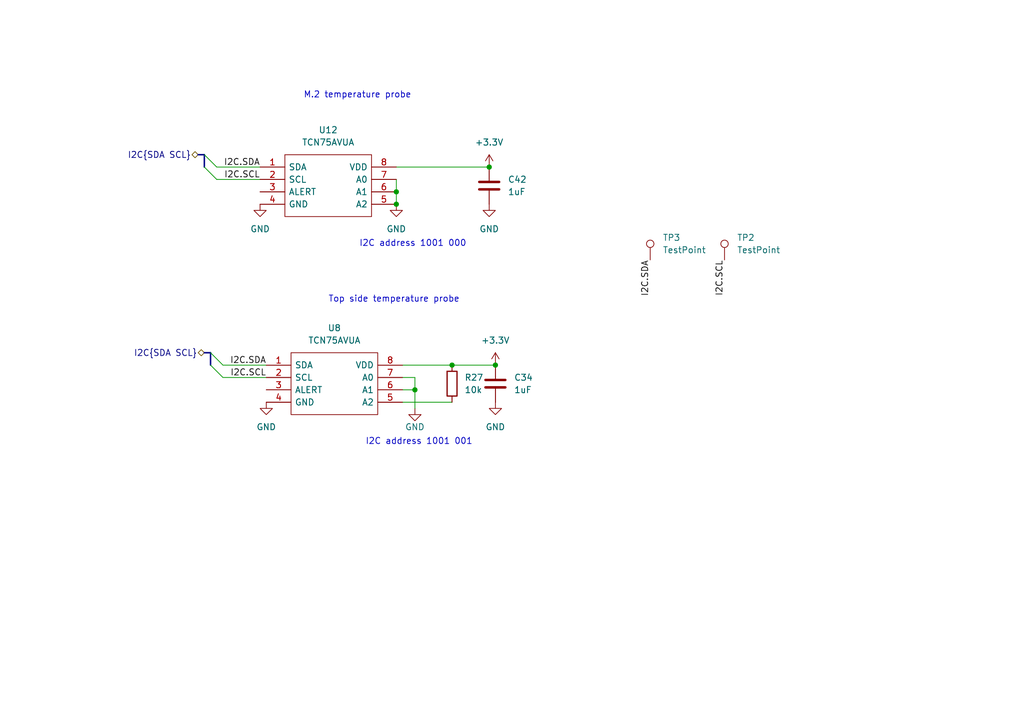
<source format=kicad_sch>
(kicad_sch (version 20231120) (generator "eeschema") (generator_version "8.0")
  (paper "A5")
  (lib_symbols
    (symbol "Connector:TestPoint" (pin_numbers hide) (pin_names (offset 0.762) hide)
      (property "Reference" "TP" (at 0 6.858 0))
      (property "Value" "TestPoint" (at 0 5.08 0))
      (symbol "TestPoint_0_1"
        (circle (center 0 3.302) (radius 0.762))
      )
      (symbol "TestPoint_1_1"
        (pin passive line (at 0 0 90) (length 2.54) (name "1") (number "1"))
      )
    )
    (symbol "Device:C" (pin_numbers hide) (pin_names (offset 0.254))
      (property "Reference" "C" (at 0.635 2.54 0))
      (property "Value" "C" (at 0.635 -2.54 0))
      (symbol "C_0_1"
        (polyline (pts (xy -2.032 -0.762) (xy 2.032 -0.762)) (stroke (width 0.508)))
        (polyline (pts (xy -2.032 0.762) (xy 2.032 0.762)) (stroke (width 0.508)))
      )
      (symbol "C_1_1"
        (pin passive line (at 0 3.81 270) (length 2.794) (name "~") (number "1"))
        (pin passive line (at 0 -3.81 90) (length 2.794) (name "~") (number "2"))
      )
    )
    (symbol "Device:R" (pin_numbers hide) (pin_names (offset 0))
      (property "Reference" "R" (at 2.032 0 90))
      (property "Value" "R" (at 0 0 90))
      (symbol "R_0_1"
        (rectangle (start -1.016 -2.54) (end 1.016 2.54) (stroke (width 0.254)))
      )
      (symbol "R_1_1"
        (pin passive line (at 0 3.81 270) (length 1.27) (name "~") (number "1"))
        (pin passive line (at 0 -3.81 90) (length 1.27) (name "~") (number "2"))
      )
    )
    (symbol "TCN75AVUA:TCN75AVUA" (pin_names (offset 0.762))
      (property "Reference" "IC" (at 24.13 7.62 0))
      (property "Value" "TCN75AVUA" (at 24.13 5.08 0))
      (symbol "TCN75AVUA_0_0"
        (pin passive line (at 0 0 0) (length 5.08) (name "SDA") (number "1"))
        (pin passive line (at 0 -2.54 0) (length 5.08) (name "SCL") (number "2"))
        (pin passive line (at 0 -5.08 0) (length 5.08) (name "ALERT") (number "3"))
        (pin passive line (at 0 -7.62 0) (length 5.08) (name "GND") (number "4"))
        (pin passive line (at 27.94 -7.62 180) (length 5.08) (name "A2") (number "5"))
        (pin passive line (at 27.94 -5.08 180) (length 5.08) (name "A1") (number "6"))
        (pin passive line (at 27.94 -2.54 180) (length 5.08) (name "A0") (number "7"))
        (pin passive line (at 27.94 0 180) (length 5.08) (name "VDD") (number "8"))
      )
      (symbol "TCN75AVUA_0_1"
        (polyline (pts (xy 5.08 2.54) (xy 22.86 2.54) (xy 22.86 -10.16) (xy 5.08 -10.16) (xy 5.08 2.54)) (stroke (width 0.1524)))
      )
    )
    (symbol "power:+3.3V" (power) (pin_names (offset 0))
      (property "Value" "+3.3V" (at 0 3.556 0))
      (symbol "+3.3V_0_1"
        (polyline (pts (xy -0.762 1.27) (xy 0 2.54)))
        (polyline (pts (xy 0 0) (xy 0 2.54)))
        (polyline (pts (xy 0 2.54) (xy 0.762 1.27)))
      )
      (symbol "+3.3V_1_1"
        (pin power_in line (at 0 0 90) (length 0) hide (name "+3.3V") (number "1"))
      )
    )
    (symbol "power:GND" (power) (pin_names (offset 0))
      (property "Value" "GND" (at 0 -3.81 0))
      (symbol "GND_0_1"
        (polyline (pts (xy 0 0) (xy 0 -1.27) (xy 1.27 -1.27) (xy 0 -2.54) (xy -1.27 -1.27) (xy 0 -1.27)))
      )
      (symbol "GND_1_1"
        (pin power_in line (at 0 0 270) (length 0) hide (name "GND") (number "1"))
      )
    )
  )
  (junction (at 100.33 34.29))
  (junction (at 101.6 74.93))
  (junction (at 85.09 80.01))
  (junction (at 81.28 39.37))
  (junction (at 81.28 41.91))
  (junction (at 92.71 74.93))
  (bus_entry (at 41.91 31.75) (size 2.54 2.54))
  (bus_entry (at 43.18 74.93) (size 2.54 2.54))
  (bus_entry (at 41.91 34.29) (size 2.54 2.54))
  (bus_entry (at 43.18 72.39) (size 2.54 2.54))
  (wire (pts (xy 45.72 74.93) (xy 54.61 74.93)))
  (wire (pts (xy 82.55 74.93) (xy 92.71 74.93)))
  (wire (pts (xy 81.28 39.37) (xy 81.28 41.91)))
  (wire (pts (xy 44.45 34.29) (xy 53.34 34.29)))
  (wire (pts (xy 82.55 82.55) (xy 92.71 82.55)))
  (wire (pts (xy 44.45 36.83) (xy 53.34 36.83)))
  (bus (pts (xy 41.91 72.39) (xy 43.18 72.39)))
  (wire (pts (xy 81.28 34.29) (xy 100.33 34.29)))
  (bus (pts (xy 40.64 31.75) (xy 41.91 31.75)))
  (wire (pts (xy 82.55 80.01) (xy 85.09 80.01)))
  (wire (pts (xy 85.09 80.01) (xy 85.09 83.82)))
  (wire (pts (xy 85.09 77.47) (xy 85.09 80.01)))
  (bus (pts (xy 41.91 31.75) (xy 41.91 34.29)))
  (bus (pts (xy 43.18 72.39) (xy 43.18 74.93)))
  (wire (pts (xy 81.28 36.83) (xy 81.28 39.37)))
  (wire (pts (xy 45.72 77.47) (xy 54.61 77.47)))
  (wire (pts (xy 92.71 74.93) (xy 101.6 74.93)))
  (wire (pts (xy 82.55 77.47) (xy 85.09 77.47)))
  (text "M.2 temperature probe\n" (at 62.23 20.32 0) (effects (font (size 1.27 1.27)) (justify left bottom)))
  (text "I2C address 1001 000" (at 73.66 50.8 0) (effects (font (size 1.27 1.27)) (justify left bottom)))
  (text "Top side temperature probe" (at 67.31 62.23 0) (effects (font (size 1.27 1.27)) (justify left bottom)))
  (text "I2C address 1001 001" (at 74.93 91.44 0) (effects (font (size 1.27 1.27)) (justify left bottom)))
  (label "I2C.SCL" (at 148.59 53.34 270))
  (label "I2C.SDA" (at 53.34 34.29 180))
  (label "I2C.SDA" (at 133.35 53.34 270))
  (label "I2C.SCL" (at 54.61 77.47 180))
  (label "I2C.SCL" (at 53.34 36.83 180))
  (label "I2C.SDA" (at 54.61 74.93 180))
  (hierarchical_label "I2C{SDA SCL}" (shape bidirectional) (at 41.91 72.39 180))
  (hierarchical_label "I2C{SDA SCL}" (shape bidirectional) (at 40.64 31.75 180))
  (symbol (lib_id "TCN75AVUA:TCN75AVUA") (at 53.34 34.29 0) (unit 1)
    (property "Reference" "U12" (at 67.31 26.67 0))
    (property "Value" "TCN75AVUA" (at 67.31 29.21 0))
    (property "Footprint" "TCN75A:SOP65P490X110-8N" (effects (hide yes)))
    (property "Datasheet" "http://ww1.microchip.com/downloads/en/DeviceDoc/21935D.pdf" (effects (hide yes)))
    (property "Description" "Temperature Sensor 12bit I2C MSOP8" (effects (hide yes)))
    (property "Height" "1.1" (effects (hide yes)))
    (property "Manufacturer_Name" "Microchip" (effects (hide yes)))
    (property "Manufacturer_Part_Number" "TCN75AVUA" (effects (hide yes)))
    (property "Mouser Part Number" "579-TCN75AVUA" (effects (hide yes)))
    (property "Mouser Price/Stock" "https://www.mouser.co.uk/ProductDetail/Microchip-Technology/TCN75AVUA?qs=RnzODY3cU8vabhxE%2FvmlQQ%3D%3D" (effects (hide yes)))
    (property "Arrow Part Number" "TCN75AVUA" (effects (hide yes)))
    (property "Arrow Price/Stock" "https://www.arrow.com/en/products/tcn75avua/microchip-technology?region=nac" (effects (hide yes)))
    (property "MPN" "TCN75AVUA" (effects (hide yes)))
    (property "LCSC Part #" "C144336" (effects (hide yes)))
  )
  (symbol (lib_id "power:GND") (at 54.61 82.55 0) (unit 1)
    (property "Reference" "#PWR087" (effects (hide yes)))
    (property "Value" "GND" (at 54.61 87.63 0))
  )
  (symbol (lib_id "Connector:TestPoint") (at 148.59 53.34 0) (unit 1)
    (property "Reference" "TP2" (at 151.13 48.7679 0) (effects (justify left)))
    (property "Value" "TestPoint" (at 151.13 51.3079 0) (effects (justify left)))
    (property "Footprint" "TestPoint:TestPoint_Keystone_5000-5004_Miniature" (effects (hide yes)))
  )
  (symbol (lib_id "power:GND") (at 81.28 41.91 0) (unit 1)
    (property "Reference" "#PWR088" (effects (hide yes)))
    (property "Value" "GND" (at 81.28 46.99 0))
  )
  (symbol (lib_id "Device:C") (at 101.6 78.74 180) (unit 1)
    (property "Reference" "C34" (at 105.41 77.4699 0) (effects (justify right)))
    (property "Value" "1uF" (at 105.41 80.0099 0) (effects (justify right)))
    (property "Footprint" "Capacitor_SMD:C_0402_1005Metric" (effects (hide yes)))
    (property "MPN" "CL05B104KA5NNNC" (effects (hide yes)))
  )
  (symbol (lib_id "power:GND") (at 101.6 82.55 0) (unit 1)
    (property "Reference" "#PWR093" (effects (hide yes)))
    (property "Value" "GND" (at 101.6 87.63 0))
  )
  (symbol (lib_id "power:GND") (at 100.33 41.91 0) (unit 1)
    (property "Reference" "#PWR091" (effects (hide yes)))
    (property "Value" "GND" (at 100.33 46.99 0))
  )
  (symbol (lib_id "Device:C") (at 100.33 38.1 180) (unit 1)
    (property "Reference" "C42" (at 104.14 36.8299 0) (effects (justify right)))
    (property "Value" "1uF" (at 104.14 39.3699 0) (effects (justify right)))
    (property "Footprint" "Capacitor_SMD:C_0402_1005Metric" (effects (hide yes)))
    (property "MPN" "CL05B104KA5NNNC" (effects (hide yes)))
  )
  (symbol (lib_id "Connector:TestPoint") (at 133.35 53.34 0) (unit 1)
    (property "Reference" "TP3" (at 135.89 48.7679 0) (effects (justify left)))
    (property "Value" "TestPoint" (at 135.89 51.3079 0) (effects (justify left)))
    (property "Footprint" "TestPoint:TestPoint_Keystone_5000-5004_Miniature" (effects (hide yes)))
  )
  (symbol (lib_id "power:+3.3V") (at 101.6 74.93 0) (unit 1)
    (property "Reference" "#PWR092" (effects (hide yes)))
    (property "Value" "+3.3V" (at 101.6 69.85 0))
  )
  (symbol (lib_id "power:+3.3V") (at 100.33 34.29 0) (unit 1)
    (property "Reference" "#PWR090" (effects (hide yes)))
    (property "Value" "+3.3V" (at 100.33 29.21 0))
  )
  (symbol (lib_id "TCN75AVUA:TCN75AVUA") (at 54.61 74.93 0) (unit 1)
    (property "Reference" "U8" (at 68.58 67.31 0))
    (property "Value" "TCN75AVUA" (at 68.58 69.85 0))
    (property "Footprint" "TCN75A:SOP65P490X110-8N" (effects (hide yes)))
    (property "Datasheet" "http://ww1.microchip.com/downloads/en/DeviceDoc/21935D.pdf" (effects (hide yes)))
    (property "Description" "Temperature Sensor 12bit I2C MSOP8" (effects (hide yes)))
    (property "Height" "1.1" (effects (hide yes)))
    (property "Manufacturer_Name" "Microchip" (effects (hide yes)))
    (property "Manufacturer_Part_Number" "TCN75AVUA" (effects (hide yes)))
    (property "Mouser Part Number" "579-TCN75AVUA" (effects (hide yes)))
    (property "Mouser Price/Stock" "https://www.mouser.co.uk/ProductDetail/Microchip-Technology/TCN75AVUA?qs=RnzODY3cU8vabhxE%2FvmlQQ%3D%3D" (effects (hide yes)))
    (property "Arrow Part Number" "TCN75AVUA" (effects (hide yes)))
    (property "Arrow Price/Stock" "https://www.arrow.com/en/products/tcn75avua/microchip-technology?region=nac" (effects (hide yes)))
    (property "MPN" "TCN75AVUA" (effects (hide yes)))
    (property "LCSC Part #" "C144336" (effects (hide yes)))
  )
  (symbol (lib_id "power:GND") (at 85.09 83.82 0) (unit 1)
    (property "Reference" "#PWR089" (effects (hide yes)))
    (property "Value" "GND" (at 85.09 87.63 0))
  )
  (symbol (lib_id "power:GND") (at 53.34 41.91 0) (unit 1)
    (property "Reference" "#PWR086" (effects (hide yes)))
    (property "Value" "GND" (at 53.34 46.99 0))
  )
  (symbol (lib_id "Device:R") (at 92.71 78.74 0) (unit 1)
    (property "Reference" "R27" (at 95.25 77.4699 0) (effects (justify left)))
    (property "Value" "10k" (at 95.25 80.0099 0) (effects (justify left)))
    (property "Footprint" "Resistor_SMD:R_0402_1005Metric" (effects (hide yes)))
    (property "MPN" "AC0402FR-0710KL" (effects (hide yes)))
  )
)
</source>
